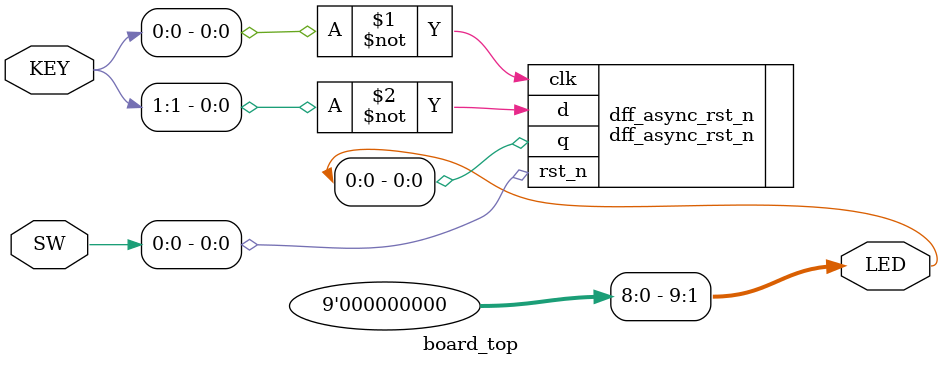
<source format=v>
module board_top
(
    input  [ 1:0] KEY,
    input  [ 9:0] SW,
    output [ 9:0] LED
);

    assign LED[9:1] = 8'b0;

    dff_async_rst_n dff_async_rst_n
    (
        .clk   ( ~KEY [0] ),
        .rst_n (  SW  [0] ),
        .d     ( ~KEY [1] ),
        .q     (  LED [0] )
    );

endmodule

</source>
